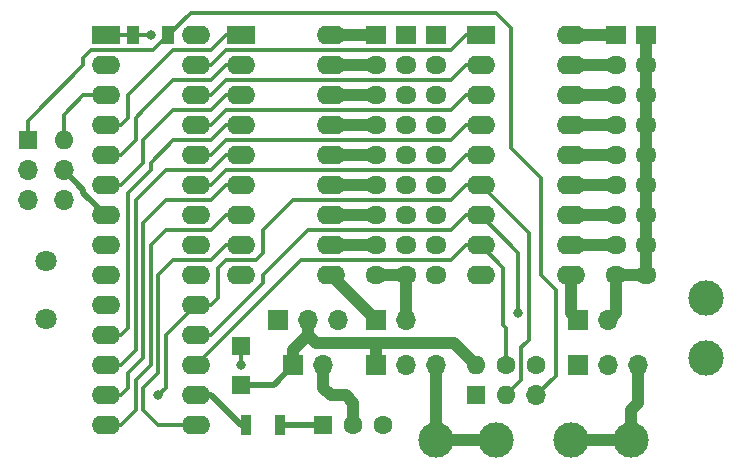
<source format=gbr>
G04 #@! TF.FileFunction,Copper,L1,Top,Signal*
%FSLAX46Y46*%
G04 Gerber Fmt 4.6, Leading zero omitted, Abs format (unit mm)*
G04 Created by KiCad (PCBNEW 4.0.7) date 12/12/18 08:31:08*
%MOMM*%
%LPD*%
G01*
G04 APERTURE LIST*
%ADD10C,0.100000*%
%ADD11R,0.900000X1.700000*%
%ADD12R,1.600000X1.600000*%
%ADD13O,1.600000X1.600000*%
%ADD14O,1.700000X1.700000*%
%ADD15C,1.600000*%
%ADD16R,1.800000X1.500000*%
%ADD17O,1.800000X1.500000*%
%ADD18R,2.400000X1.600000*%
%ADD19O,2.400000X1.600000*%
%ADD20C,1.800000*%
%ADD21R,1.000000X1.600000*%
%ADD22R,1.700000X1.700000*%
%ADD23R,1.500000X1.500000*%
%ADD24C,3.000000*%
%ADD25C,0.800000*%
%ADD26C,0.310000*%
%ADD27C,1.000000*%
%ADD28C,0.500000*%
G04 APERTURE END LIST*
D10*
D11*
X154125000Y-106680000D03*
X157025000Y-106680000D03*
D12*
X135636000Y-82550000D03*
D13*
X138684000Y-82550000D03*
D14*
X135636000Y-85090000D03*
X138684000Y-85090000D03*
X135636000Y-87630000D03*
X138684000Y-87630000D03*
D12*
X160655000Y-106680000D03*
D15*
X163195000Y-106680000D03*
X165735000Y-106680000D03*
D12*
X173609000Y-104140000D03*
D13*
X173609000Y-101600000D03*
X176149000Y-104140000D03*
D15*
X176149000Y-101600000D03*
D14*
X178689000Y-104140000D03*
D15*
X178689000Y-101600000D03*
D16*
X187960000Y-73660000D03*
D17*
X187960000Y-76200000D03*
X187960000Y-78740000D03*
X187960000Y-81280000D03*
X187960000Y-83820000D03*
X187960000Y-86360000D03*
X187960000Y-88900000D03*
X187960000Y-91440000D03*
X187960000Y-93980000D03*
D16*
X185420000Y-73660000D03*
D17*
X185420000Y-76200000D03*
X185420000Y-78740000D03*
X185420000Y-81280000D03*
X185420000Y-83820000D03*
X185420000Y-86360000D03*
X185420000Y-88900000D03*
X185420000Y-91440000D03*
X185420000Y-93980000D03*
D16*
X170180000Y-73660000D03*
D17*
X170180000Y-76200000D03*
X170180000Y-78740000D03*
X170180000Y-81280000D03*
X170180000Y-83820000D03*
X170180000Y-86360000D03*
X170180000Y-88900000D03*
X170180000Y-91440000D03*
X170180000Y-93980000D03*
D16*
X167640000Y-73660000D03*
D17*
X167640000Y-76200000D03*
X167640000Y-78740000D03*
X167640000Y-81280000D03*
X167640000Y-83820000D03*
X167640000Y-86360000D03*
X167640000Y-88900000D03*
X167640000Y-91440000D03*
X167640000Y-93980000D03*
D16*
X165100000Y-73660000D03*
D17*
X165100000Y-76200000D03*
X165100000Y-78740000D03*
X165100000Y-81280000D03*
X165100000Y-83820000D03*
X165100000Y-86360000D03*
X165100000Y-88900000D03*
X165100000Y-91440000D03*
X165100000Y-93980000D03*
D18*
X153670000Y-73660000D03*
D19*
X161290000Y-93980000D03*
X153670000Y-76200000D03*
X161290000Y-91440000D03*
X153670000Y-78740000D03*
X161290000Y-88900000D03*
X153670000Y-81280000D03*
X161290000Y-86360000D03*
X153670000Y-83820000D03*
X161290000Y-83820000D03*
X153670000Y-86360000D03*
X161290000Y-81280000D03*
X153670000Y-88900000D03*
X161290000Y-78740000D03*
X153670000Y-91440000D03*
X161290000Y-76200000D03*
X153670000Y-93980000D03*
X161290000Y-73660000D03*
D20*
X137160000Y-92810000D03*
X137160000Y-97690000D03*
D18*
X142240000Y-73660000D03*
D19*
X149860000Y-106680000D03*
X142240000Y-76200000D03*
X149860000Y-104140000D03*
X142240000Y-78740000D03*
X149860000Y-101600000D03*
X142240000Y-81280000D03*
X149860000Y-99060000D03*
X142240000Y-83820000D03*
X149860000Y-96520000D03*
X142240000Y-86360000D03*
X149860000Y-93980000D03*
X142240000Y-88900000D03*
X149860000Y-91440000D03*
X142240000Y-91440000D03*
X149860000Y-88900000D03*
X142240000Y-93980000D03*
X149860000Y-86360000D03*
X142240000Y-96520000D03*
X149860000Y-83820000D03*
X142240000Y-99060000D03*
X149860000Y-81280000D03*
X142240000Y-101600000D03*
X149860000Y-78740000D03*
X142240000Y-104140000D03*
X149860000Y-76200000D03*
X142240000Y-106680000D03*
X149860000Y-73660000D03*
D18*
X173990000Y-73660000D03*
D19*
X181610000Y-93980000D03*
X173990000Y-76200000D03*
X181610000Y-91440000D03*
X173990000Y-78740000D03*
X181610000Y-88900000D03*
X173990000Y-81280000D03*
X181610000Y-86360000D03*
X173990000Y-83820000D03*
X181610000Y-83820000D03*
X173990000Y-86360000D03*
X181610000Y-81280000D03*
X173990000Y-88900000D03*
X181610000Y-78740000D03*
X173990000Y-91440000D03*
X181610000Y-76200000D03*
X173990000Y-93980000D03*
X181610000Y-73660000D03*
D21*
X144550000Y-73660000D03*
X147550000Y-73660000D03*
D22*
X182245000Y-101600000D03*
D14*
X184785000Y-101600000D03*
X187325000Y-101600000D03*
D22*
X165100000Y-101600000D03*
D14*
X167640000Y-101600000D03*
X170180000Y-101600000D03*
D23*
X153670000Y-99950000D03*
X153670000Y-103250000D03*
D22*
X158115000Y-101600000D03*
D14*
X160655000Y-101600000D03*
D22*
X182245000Y-97790000D03*
D14*
X184785000Y-97790000D03*
D22*
X165100000Y-97790000D03*
D14*
X167640000Y-97790000D03*
D22*
X156845000Y-97790000D03*
D14*
X159385000Y-97790000D03*
X161925000Y-97790000D03*
D24*
X175260000Y-107950000D03*
X170180000Y-107950000D03*
X193040000Y-95885000D03*
X193040000Y-100965000D03*
X186690000Y-107950000D03*
X181610000Y-107950000D03*
D25*
X177165000Y-97155000D03*
X146685000Y-104140000D03*
X146050000Y-73660000D03*
X153670000Y-101600000D03*
D26*
X146685000Y-102235000D02*
X145415000Y-103505000D01*
X146685000Y-106680000D02*
X147955000Y-106680000D01*
X145415000Y-105410000D02*
X146685000Y-106680000D01*
X145415000Y-103505000D02*
X145415000Y-105410000D01*
X153670000Y-91440000D02*
X152400000Y-91440000D01*
X147955000Y-106680000D02*
X149860000Y-106680000D01*
X146685000Y-93980000D02*
X146685000Y-102235000D01*
X147955000Y-92710000D02*
X146685000Y-93980000D01*
X151130000Y-92710000D02*
X147955000Y-92710000D01*
X152400000Y-91440000D02*
X151130000Y-92710000D01*
X176149000Y-98425000D02*
X175895000Y-98171000D01*
X175895000Y-98171000D02*
X175895000Y-93345000D01*
X176149000Y-101600000D02*
X176149000Y-98425000D01*
X175895000Y-93345000D02*
X173990000Y-91440000D01*
X156845000Y-94615000D02*
X151130000Y-100330000D01*
X151130000Y-100330000D02*
X149860000Y-101600000D01*
X173990000Y-91440000D02*
X172720000Y-91440000D01*
X158750000Y-92710000D02*
X156845000Y-94615000D01*
X171450000Y-92710000D02*
X158750000Y-92710000D01*
X172720000Y-91440000D02*
X171450000Y-92710000D01*
X148590000Y-74930000D02*
X147955000Y-74930000D01*
X144145000Y-78740000D02*
X144145000Y-79375000D01*
X147955000Y-74930000D02*
X144145000Y-78740000D01*
X144145000Y-79375000D02*
X144145000Y-80645000D01*
X153670000Y-73660000D02*
X152400000Y-73660000D01*
X143510000Y-81280000D02*
X142240000Y-81280000D01*
X144145000Y-80645000D02*
X143510000Y-81280000D01*
X151130000Y-74930000D02*
X148590000Y-74930000D01*
X152400000Y-73660000D02*
X151130000Y-74930000D01*
X173990000Y-88900000D02*
X177165000Y-92075000D01*
X177165000Y-96520000D02*
X177165000Y-97155000D01*
X177165000Y-92075000D02*
X177165000Y-96520000D01*
X155575000Y-94615000D02*
X151130000Y-99060000D01*
X173990000Y-88900000D02*
X172720000Y-88900000D01*
X151130000Y-99060000D02*
X149860000Y-99060000D01*
X172720000Y-88900000D02*
X171450000Y-90170000D01*
X171450000Y-90170000D02*
X159385000Y-90170000D01*
X155575000Y-93980000D02*
X155575000Y-94615000D01*
X159385000Y-90170000D02*
X155575000Y-93980000D01*
X145415000Y-80010000D02*
X147955000Y-77470000D01*
X147955000Y-77470000D02*
X148590000Y-77470000D01*
X144780000Y-80645000D02*
X144780000Y-82550000D01*
X145415000Y-80010000D02*
X144780000Y-80645000D01*
X153670000Y-76200000D02*
X152400000Y-76200000D01*
X143510000Y-83820000D02*
X142240000Y-83820000D01*
X144780000Y-82550000D02*
X143510000Y-83820000D01*
X151130000Y-77470000D02*
X148590000Y-77470000D01*
X152400000Y-76200000D02*
X151130000Y-77470000D01*
X178054000Y-94869000D02*
X178054000Y-99441000D01*
X178054000Y-90424000D02*
X173990000Y-86360000D01*
X178054000Y-94869000D02*
X178054000Y-90424000D01*
X177800000Y-99695000D02*
X177419000Y-100076000D01*
X177419000Y-100076000D02*
X177419000Y-102870000D01*
X177419000Y-102870000D02*
X176149000Y-104140000D01*
X178054000Y-99441000D02*
X177800000Y-99695000D01*
X147955000Y-98425000D02*
X149860000Y-96520000D01*
X147955000Y-98425000D02*
X147320000Y-99060000D01*
X147320000Y-103505000D02*
X146685000Y-104140000D01*
X147320000Y-99060000D02*
X147320000Y-103505000D01*
X171450000Y-87630000D02*
X172720000Y-86360000D01*
X172720000Y-86360000D02*
X173990000Y-86360000D01*
X158750000Y-87630000D02*
X158115000Y-87630000D01*
X171450000Y-87630000D02*
X158750000Y-87630000D01*
X149860000Y-96520000D02*
X151130000Y-96520000D01*
X151765000Y-95885000D02*
X151130000Y-96520000D01*
X151765000Y-93345000D02*
X151765000Y-95885000D01*
X152400000Y-92710000D02*
X151765000Y-93345000D01*
X154940000Y-92710000D02*
X152400000Y-92710000D01*
X155575000Y-92075000D02*
X154940000Y-92710000D01*
X155575000Y-90170000D02*
X155575000Y-92075000D01*
X158115000Y-87630000D02*
X155575000Y-90170000D01*
X148590000Y-80010000D02*
X147955000Y-80010000D01*
X145415000Y-82550000D02*
X145415000Y-84455000D01*
X147955000Y-80010000D02*
X145415000Y-82550000D01*
X145415000Y-84455000D02*
X144780000Y-85090000D01*
X153670000Y-78740000D02*
X152400000Y-78740000D01*
X143510000Y-86360000D02*
X142240000Y-86360000D01*
X144780000Y-85090000D02*
X143510000Y-86360000D01*
X151130000Y-80010000D02*
X148590000Y-80010000D01*
X152400000Y-78740000D02*
X151130000Y-80010000D01*
D27*
X158115000Y-101600000D02*
X158115000Y-100330000D01*
X158115000Y-100330000D02*
X159385000Y-99060000D01*
D28*
X153670000Y-103250000D02*
X156465000Y-103250000D01*
X156465000Y-103250000D02*
X158115000Y-101600000D01*
D27*
X170180000Y-99695000D02*
X171704000Y-99695000D01*
X171704000Y-99695000D02*
X173609000Y-101600000D01*
X165100000Y-99695000D02*
X170180000Y-99695000D01*
X163195000Y-99695000D02*
X165100000Y-99695000D01*
X160020000Y-99695000D02*
X163195000Y-99695000D01*
X159385000Y-99060000D02*
X160020000Y-99695000D01*
X165100000Y-99695000D02*
X165100000Y-101600000D01*
D28*
X142240000Y-88900000D02*
X140335000Y-86995000D01*
X140335000Y-86741000D02*
X138684000Y-85090000D01*
X140335000Y-86995000D02*
X140335000Y-86741000D01*
D27*
X159385000Y-97790000D02*
X159385000Y-99060000D01*
X153925000Y-103505000D02*
X153670000Y-103250000D01*
X153670000Y-103250000D02*
X153670000Y-103505000D01*
D26*
X173990000Y-83820000D02*
X172720000Y-83820000D01*
X151130000Y-86360000D02*
X149860000Y-86360000D01*
X152400000Y-85090000D02*
X151130000Y-86360000D01*
X171450000Y-85090000D02*
X152400000Y-85090000D01*
X172720000Y-83820000D02*
X171450000Y-85090000D01*
X173990000Y-81280000D02*
X172720000Y-81280000D01*
X151130000Y-83820000D02*
X149860000Y-83820000D01*
X152400000Y-82550000D02*
X151130000Y-83820000D01*
X171450000Y-82550000D02*
X152400000Y-82550000D01*
X172720000Y-81280000D02*
X171450000Y-82550000D01*
X153670000Y-81280000D02*
X152400000Y-81280000D01*
X143510000Y-99060000D02*
X142240000Y-99060000D01*
X144145000Y-98425000D02*
X143510000Y-99060000D01*
X144145000Y-86995000D02*
X144145000Y-98425000D01*
X146050000Y-85090000D02*
X144145000Y-86995000D01*
X146050000Y-84455000D02*
X146050000Y-85090000D01*
X147955000Y-82550000D02*
X146050000Y-84455000D01*
X151130000Y-82550000D02*
X147955000Y-82550000D01*
X152400000Y-81280000D02*
X151130000Y-82550000D01*
X153670000Y-83820000D02*
X152400000Y-83820000D01*
X143510000Y-101600000D02*
X142240000Y-101600000D01*
X144780000Y-100330000D02*
X143510000Y-101600000D01*
X144780000Y-87630000D02*
X144780000Y-100330000D01*
X147320000Y-85090000D02*
X144780000Y-87630000D01*
X151130000Y-85090000D02*
X147320000Y-85090000D01*
X152400000Y-83820000D02*
X151130000Y-85090000D01*
X144145000Y-103505000D02*
X144145000Y-102235000D01*
X144145000Y-102235000D02*
X145415000Y-100965000D01*
X153670000Y-86360000D02*
X152400000Y-86360000D01*
X145415000Y-89535000D02*
X145415000Y-100965000D01*
X147320000Y-87630000D02*
X145415000Y-89535000D01*
X151130000Y-87630000D02*
X147320000Y-87630000D01*
X152400000Y-86360000D02*
X151130000Y-87630000D01*
X143510000Y-104140000D02*
X142240000Y-104140000D01*
X144145000Y-103505000D02*
X143510000Y-104140000D01*
X144780000Y-105410000D02*
X144780000Y-102870000D01*
X144780000Y-102870000D02*
X146050000Y-101600000D01*
X153670000Y-88900000D02*
X152400000Y-88900000D01*
X146050000Y-91440000D02*
X146050000Y-101600000D01*
X147320000Y-90170000D02*
X146050000Y-91440000D01*
X151130000Y-90170000D02*
X147320000Y-90170000D01*
X152400000Y-88900000D02*
X151130000Y-90170000D01*
X143510000Y-106680000D02*
X142240000Y-106680000D01*
X144780000Y-105410000D02*
X143510000Y-106680000D01*
D27*
X181610000Y-73660000D02*
X185420000Y-73660000D01*
X185420000Y-76200000D02*
X181610000Y-76200000D01*
X181610000Y-78740000D02*
X185420000Y-78740000D01*
X185420000Y-81280000D02*
X181610000Y-81280000D01*
X181610000Y-83820000D02*
X185420000Y-83820000D01*
X181610000Y-86360000D02*
X185420000Y-86360000D01*
X185420000Y-88900000D02*
X181610000Y-88900000D01*
X185420000Y-91440000D02*
X181610000Y-91440000D01*
D26*
X173990000Y-76200000D02*
X172720000Y-76200000D01*
X151130000Y-78740000D02*
X149860000Y-78740000D01*
X152400000Y-77470000D02*
X151130000Y-78740000D01*
X171450000Y-77470000D02*
X152400000Y-77470000D01*
X172720000Y-76200000D02*
X171450000Y-77470000D01*
X173990000Y-73660000D02*
X172720000Y-73660000D01*
X151130000Y-76200000D02*
X149860000Y-76200000D01*
X152400000Y-74930000D02*
X151130000Y-76200000D01*
X171450000Y-74930000D02*
X152400000Y-74930000D01*
X172720000Y-73660000D02*
X171450000Y-74930000D01*
D27*
X186690000Y-107950000D02*
X186690000Y-105410000D01*
X187325000Y-104775000D02*
X187325000Y-101600000D01*
X186690000Y-105410000D02*
X187325000Y-104775000D01*
X181610000Y-107950000D02*
X186690000Y-107950000D01*
D26*
X144550000Y-73660000D02*
X142240000Y-73660000D01*
X144550000Y-73660000D02*
X146050000Y-73660000D01*
X173990000Y-78740000D02*
X172720000Y-78740000D01*
X151130000Y-81280000D02*
X149860000Y-81280000D01*
X152400000Y-80010000D02*
X151130000Y-81280000D01*
X171450000Y-80010000D02*
X152400000Y-80010000D01*
X172720000Y-78740000D02*
X171450000Y-80010000D01*
D27*
X185420000Y-93980000D02*
X185420000Y-97155000D01*
X185420000Y-97155000D02*
X184785000Y-97790000D01*
X187960000Y-73660000D02*
X187960000Y-76200000D01*
X187960000Y-76200000D02*
X187960000Y-78740000D01*
X187960000Y-78740000D02*
X187960000Y-81280000D01*
X187960000Y-81280000D02*
X187960000Y-83820000D01*
X187960000Y-83820000D02*
X187960000Y-86360000D01*
X187960000Y-86360000D02*
X187960000Y-88900000D01*
X187960000Y-88900000D02*
X187960000Y-91440000D01*
X187960000Y-91440000D02*
X187960000Y-93980000D01*
X185420000Y-93980000D02*
X187960000Y-93980000D01*
X161290000Y-73660000D02*
X165100000Y-73660000D01*
X165100000Y-76200000D02*
X161290000Y-76200000D01*
X165100000Y-78740000D02*
X161290000Y-78740000D01*
X165100000Y-81280000D02*
X161290000Y-81280000D01*
X165100000Y-83820000D02*
X161290000Y-83820000D01*
X165100000Y-86360000D02*
X161290000Y-86360000D01*
X165100000Y-88900000D02*
X161290000Y-88900000D01*
X165100000Y-91440000D02*
X161290000Y-91440000D01*
D26*
X180340000Y-99695000D02*
X180340000Y-95250000D01*
X180340000Y-95250000D02*
X179070000Y-93980000D01*
X179070000Y-91440000D02*
X179070000Y-85725000D01*
X179070000Y-91440000D02*
X179070000Y-93980000D01*
X149455000Y-71755000D02*
X175260000Y-71755000D01*
X175260000Y-71755000D02*
X176530000Y-73025000D01*
X176530000Y-73025000D02*
X176530000Y-83185000D01*
X147550000Y-73660000D02*
X149455000Y-71755000D01*
X179070000Y-85725000D02*
X176530000Y-83185000D01*
X180340000Y-102489000D02*
X178689000Y-104140000D01*
X180340000Y-99695000D02*
X180340000Y-102489000D01*
X135890000Y-80645000D02*
X135636000Y-80899000D01*
X147550000Y-73660000D02*
X146280000Y-74930000D01*
X140335000Y-76200000D02*
X135890000Y-80645000D01*
X140335000Y-75565000D02*
X140335000Y-76200000D01*
X140970000Y-74930000D02*
X140335000Y-75565000D01*
X144780000Y-74930000D02*
X140970000Y-74930000D01*
X144780000Y-74930000D02*
X146280000Y-74930000D01*
X135636000Y-80899000D02*
X135636000Y-82550000D01*
X138684000Y-82550000D02*
X138684000Y-80391000D01*
X140335000Y-78740000D02*
X142240000Y-78740000D01*
X138684000Y-80391000D02*
X140335000Y-78740000D01*
X153670000Y-101600000D02*
X153670000Y-99950000D01*
D27*
X167640000Y-93980000D02*
X167640000Y-97790000D01*
X165100000Y-93980000D02*
X167640000Y-93980000D01*
X181610000Y-93980000D02*
X181610000Y-97155000D01*
X181610000Y-97155000D02*
X182245000Y-97790000D01*
X161290000Y-93980000D02*
X165100000Y-97790000D01*
X170180000Y-107950000D02*
X170180000Y-101600000D01*
X170180000Y-107950000D02*
X175260000Y-107950000D01*
X160655000Y-101600000D02*
X160655000Y-103505000D01*
X163195000Y-104775000D02*
X163195000Y-106680000D01*
X162560000Y-104140000D02*
X163195000Y-104775000D01*
X161290000Y-104140000D02*
X162560000Y-104140000D01*
X160655000Y-103505000D02*
X161290000Y-104140000D01*
D28*
X154125000Y-106680000D02*
X153670000Y-106680000D01*
X153670000Y-106680000D02*
X151130000Y-104140000D01*
X151130000Y-104140000D02*
X149860000Y-104140000D01*
X157025000Y-106680000D02*
X160655000Y-106680000D01*
M02*

</source>
